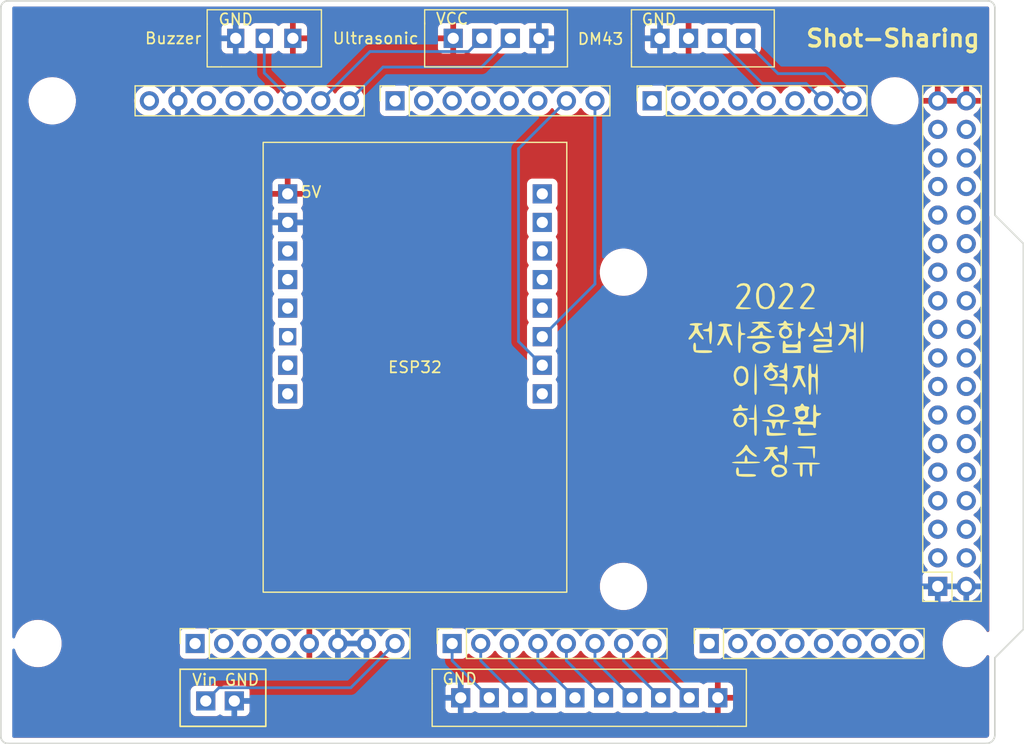
<source format=kicad_pcb>
(kicad_pcb (version 20211014) (generator pcbnew)
  (title_block (date "mar. 31 mars 2015"))
  (layers (0 "F.Cu" signal) (31 "B.Cu" signal) (34 "B.Paste" user) (35 "F.Paste" user) (36 "B.SilkS" user "B.Silkscreen") (37 "F.SilkS" user "F.Silkscreen") (38 "B.Mask" user) (39 "F.Mask" user) (44 "Edge.Cuts" user))
  (net 0 "")
  (net 1 "GND")
  (net 2 "/*52")
  (net 3 "/53")
  (net 4 "/50")
  (net 5 "/51")
  (net 6 "/48")
  (net 7 "/49")
  (net 8 "/*46")
  (net 9 "/47")
  (net 10 "/*44")
  (net 11 "/*45")
  (net 12 "/42")
  (net 13 "/43")
  (net 14 "/40")
  (net 15 "/41")
  (net 16 "/38")
  (net 17 "/39")
  (net 18 "/36")
  (net 19 "/37")
  (net 20 "/34")
  (net 21 "/35")
  (net 22 "/32")
  (net 23 "/33")
  (net 24 "/30")
  (net 25 "/31")
  (net 26 "/28")
  (net 27 "/29")
  (net 28 "/26")
  (net 29 "/27")
  (net 30 "/24")
  (net 31 "/25")
  (net 32 "/22")
  (net 33 "/23")
  (net 34 "+5V")
  (net 35 "/IOREF")
  (net 36 "Buzzer")
  (net 37 "SDA")
  (net 38 "SCL")
  (net 44 "/A8")
  (net 45 "/A9")
  (net 46 "/A10")
  (net 47 "/A11")
  (net 48 "/A12")
  (net 49 "/A13")
  (net 50 "/A14")
  (net 51 "/A15")
  (net 52 "/AREF")
  (net 53 "/*13")
  (net 54 "/*12")
  (net 55 "/*11")
  (net 58 "TX")
  (net 59 "/*7")
  (net 60 "/*6")
  (net 61 "/*5")
  (net 62 "/*4")
  (net 63 "/*3")
  (net 64 "/*2")
  (net 65 "RX")
  (net 67 "+3V3")
  (net 68 "/TX3{slash}14")
  (net 69 "/RX3{slash}15")
  (net 70 "/TX2{slash}16")
  (net 71 "/RX2{slash}17")
  (net 72 "/TX1{slash}18")
  (net 73 "/RX1{slash}19")
  (net 76 "VCC")
  (net 77 "/~{RESET}")
  (net 81 "Relay_1")
  (net 82 "Relay_2")
  (net 83 "Relay_3")
  (net 84 "Relay_4")
  (net 85 "Relay_5")
  (net 86 "Relay_6")
  (net 87 "Relay_7")
  (net 88 "Relay_8")
  (net 89 "Trig")
  (net 90 "Echo")
  (footprint "Connector_PinSocket_2.54mm:PinSocket_2x18_P2.54mm_Vertical" (layer "F.Cu") (at 193.98 92.38 180)
    (fp_text reference "J4" hide)
    (fp_text value "Digital")
    (pad "1" thru_hole rect locked (at 0 0 180) (size 1.7 1.7) (drill 1) (layers *.Cu *.Mask) (net 1 "GND"))
    (pad "2" thru_hole oval locked (at -2.54 0 180) (size 1.7 1.7) (drill 1) (layers *.Cu *.Mask) (net 1 "GND"))
    (pad "3" thru_hole oval locked (at 0 2.54 180) (size 1.7 1.7) (drill 1) (layers *.Cu *.Mask) (net 2 "/*52"))
    (pad "4" thru_hole oval locked (at -2.54 2.54 180) (size 1.7 1.7) (drill 1) (layers *.Cu *.Mask) (net 3 "/53"))
    (pad "5" thru_hole oval locked (at 0 5.08 180) (size 1.7 1.7) (drill 1) (layers *.Cu *.Mask) (net 4 "/50"))
    (pad "6" thru_hole oval locked (at -2.54 5.08 180) (size 1.7 1.7) (drill 1) (layers *.Cu *.Mask) (net 5 "/51"))
    (pad "7" thru_hole oval locked (at 0 7.62 180) (size 1.7 1.7) (drill 1) (layers *.Cu *.Mask) (net 6 "/48"))
    (pad "8" thru_hole oval locked (at -2.54 7.62 180) (size 1.7 1.7) (drill 1) (layers *.Cu *.Mask) (net 7 "/49"))
    (pad "9" thru_hole oval locked (at 0 10.16 180) (size 1.7 1.7) (drill 1) (layers *.Cu *.Mask) (net 8 "/*46"))
    (pad "10" thru_hole oval locked (at -2.54 10.16 180) (size 1.7 1.7) (drill 1) (layers *.Cu *.Mask) (net 9 "/47"))
    (pad "11" thru_hole oval locked (at 0 12.7 180) (size 1.7 1.7) (drill 1) (layers *.Cu *.Mask) (net 10 "/*44"))
    (pad "12" thru_hole oval locked (at -2.54 12.7 180) (size 1.7 1.7) (drill 1) (layers *.Cu *.Mask) (net 11 "/*45"))
    (pad "13" thru_hole oval locked (at 0 15.24 180) (size 1.7 1.7) (drill 1) (layers *.Cu *.Mask) (net 12 "/42"))
    (pad "14" thru_hole oval locked (at -2.54 15.24 180) (size 1.7 1.7) (drill 1) (layers *.Cu *.Mask) (net 13 "/43"))
    (pad "15" thru_hole oval locked (at 0 17.78 180) (size 1.7 1.7) (drill 1) (layers *.Cu *.Mask) (net 14 "/40"))
    (pad "16" thru_hole oval locked (at -2.54 17.78 180) (size 1.7 1.7) (drill 1) (layers *.Cu *.Mask) (net 15 "/41"))
    (pad "17" thru_hole oval locked (at 0 20.32 180) (size 1.7 1.7) (drill 1) (layers *.Cu *.Mask) (net 16 "/38"))
    (pad "18" thru_hole oval locked (at -2.54 20.32 180) (size 1.7 1.7) (drill 1) (layers *.Cu *.Mask) (net 17 "/39"))
    (pad "19" thru_hole oval locked (at 0 22.86 180) (size 1.7 1.7) (drill 1) (layers *.Cu *.Mask) (net 18 "/36"))
    (pad "20" thru_hole oval locked (at -2.54 22.86 180) (size 1.7 1.7) (drill 1) (layers *.Cu *.Mask) (net 19 "/37"))
    (pad "21" thru_hole oval locked (at 0 25.4 180) (size 1.7 1.7) (drill 1) (layers *.Cu *.Mask) (net 20 "/34"))
    (pad "22" thru_hole oval locked (at -2.54 25.4 180) (size 1.7 1.7) (drill 1) (layers *.Cu *.Mask) (net 21 "/35"))
    (pad "23" thru_hole oval locked (at 0 27.94 180) (size 1.7 1.7) (drill 1) (layers *.Cu *.Mask) (net 22 "/32"))
    (pad "24" thru_hole oval locked (at -2.54 27.94 180) (size 1.7 1.7) (drill 1) (layers *.Cu *.Mask) (net 23 "/33"))
    (pad "25" thru_hole oval locked (at 0 30.48 180) (size 1.7 1.7) (drill 1) (layers *.Cu *.Mask) (net 24 "/30"))
    (pad "26" thru_hole oval locked (at -2.54 30.48 180) (size 1.7 1.7) (drill 1) (layers *.Cu *.Mask) (net 25 "/31"))
    (pad "27" thru_hole oval locked (at 0 33.02 180) (size 1.7 1.7) (drill 1) (layers *.Cu *.Mask) (net 26 "/28"))
    (pad "28" thru_hole oval locked (at -2.54 33.02 180) (size 1.7 1.7) (drill 1) (layers *.Cu *.Mask) (net 27 "/29"))
    (pad "29" thru_hole oval locked (at 0 35.56 180) (size 1.7 1.7) (drill 1) (layers *.Cu *.Mask) (net 28 "/26"))
    (pad "30" thru_hole oval locked (at -2.54 35.56 180) (size 1.7 1.7) (drill 1) (layers *.Cu *.Mask) (net 29 "/27"))
    (pad "31" thru_hole oval locked (at 0 38.1 180) (size 1.7 1.7) (drill 1) (layers *.Cu *.Mask) (net 30 "/24"))
    (pad "32" thru_hole oval locked (at -2.54 38.1 180) (size 1.7 1.7) (drill 1) (layers *.Cu *.Mask) (net 31 "/25"))
    (pad "33" thru_hole oval locked (at 0 40.64 180) (size 1.7 1.7) (drill 1) (layers *.Cu *.Mask) (net 32 "/22"))
    (pad "34" thru_hole oval locked (at -2.54 40.64 180) (size 1.7 1.7) (drill 1) (layers *.Cu *.Mask) (net 33 "/23"))
    (pad "35" thru_hole oval locked (at 0 43.18 180) (size 1.7 1.7) (drill 1) (layers *.Cu *.Mask) (net 34 "+5V"))
    (pad "36" thru_hole oval locked (at -2.54 43.18 180) (size 1.7 1.7) (drill 1) (layers *.Cu *.Mask) (net 34 "+5V"))
  )
  (footprint "Connector_PinSocket_2.54mm:PinSocket_1x08_P2.54mm_Vertical" (layer "F.Cu") (at 127.94 97.46 90)
    (fp_text reference "J1" hide)
    (fp_text value "Power")
    (pad "1" thru_hole rect locked (at 0 0 90) (size 1.7 1.7) (drill 1) (layers *.Cu *.Mask))
    (pad "2" thru_hole oval locked (at 0 2.54 90) (size 1.7 1.7) (drill 1) (layers *.Cu *.Mask) (net 35 "/IOREF"))
    (pad "3" thru_hole oval locked (at 0 5.08 90) (size 1.7 1.7) (drill 1) (layers *.Cu *.Mask) (net 77 "/~{RESET}"))
    (pad "4" thru_hole oval locked (at 0 7.62 90) (size 1.7 1.7) (drill 1) (layers *.Cu *.Mask) (net 67 "+3V3"))
    (pad "5" thru_hole oval locked (at 0 10.16 90) (size 1.7 1.7) (drill 1) (layers *.Cu *.Mask) (net 34 "+5V"))
    (pad "6" thru_hole oval locked (at 0 12.7 90) (size 1.7 1.7) (drill 1) (layers *.Cu *.Mask) (net 1 "GND"))
    (pad "7" thru_hole oval locked (at 0 15.24 90) (size 1.7 1.7) (drill 1) (layers *.Cu *.Mask) (net 1 "GND"))
    (pad "8" thru_hole oval locked (at 0 17.78 90) (size 1.7 1.7) (drill 1) (layers *.Cu *.Mask) (net 76 "VCC"))
  )
  (footprint "Connector_PinSocket_2.54mm:PinSocket_1x08_P2.54mm_Vertical" (layer "F.Cu") (at 150.8 97.46 90)
    (fp_text reference "J2" hide)
    (fp_text value "Analog")
    (pad "1" thru_hole rect locked (at 0 0 90) (size 1.7 1.7) (drill 1) (layers *.Cu *.Mask) (net 81 "Relay_1"))
    (pad "2" thru_hole oval locked (at 0 2.54 90) (size 1.7 1.7) (drill 1) (layers *.Cu *.Mask) (net 82 "Relay_2"))
    (pad "3" thru_hole oval locked (at 0 5.08 90) (size 1.7 1.7) (drill 1) (layers *.Cu *.Mask) (net 83 "Relay_3"))
    (pad "4" thru_hole oval locked (at 0 7.62 90) (size 1.7 1.7) (drill 1) (layers *.Cu *.Mask) (net 84 "Relay_4"))
    (pad "5" thru_hole oval locked (at 0 10.16 90) (size 1.7 1.7) (drill 1) (layers *.Cu *.Mask) (net 85 "Relay_5"))
    (pad "6" thru_hole oval locked (at 0 12.7 90) (size 1.7 1.7) (drill 1) (layers *.Cu *.Mask) (net 86 "Relay_6"))
    (pad "7" thru_hole oval locked (at 0 15.24 90) (size 1.7 1.7) (drill 1) (layers *.Cu *.Mask) (net 87 "Relay_7"))
    (pad "8" thru_hole oval locked (at 0 17.78 90) (size 1.7 1.7) (drill 1) (layers *.Cu *.Mask) (net 88 "Relay_8"))
  )
  (footprint "Connector_PinSocket_2.54mm:PinSocket_1x08_P2.54mm_Vertical" (layer "F.Cu") (at 173.66 97.46 90)
    (fp_text reference "J3" hide)
    (fp_text value "Analog")
    (pad "1" thru_hole rect locked (at 0 0 90) (size 1.7 1.7) (drill 1) (layers *.Cu *.Mask) (net 44 "/A8"))
    (pad "2" thru_hole oval locked (at 0 2.54 90) (size 1.7 1.7) (drill 1) (layers *.Cu *.Mask) (net 45 "/A9"))
    (pad "3" thru_hole oval locked (at 0 5.08 90) (size 1.7 1.7) (drill 1) (layers *.Cu *.Mask) (net 46 "/A10"))
    (pad "4" thru_hole oval locked (at 0 7.62 90) (size 1.7 1.7) (drill 1) (layers *.Cu *.Mask) (net 47 "/A11"))
    (pad "5" thru_hole oval locked (at 0 10.16 90) (size 1.7 1.7) (drill 1) (layers *.Cu *.Mask) (net 48 "/A12"))
    (pad "6" thru_hole oval locked (at 0 12.7 90) (size 1.7 1.7) (drill 1) (layers *.Cu *.Mask) (net 49 "/A13"))
    (pad "7" thru_hole oval locked (at 0 15.24 90) (size 1.7 1.7) (drill 1) (layers *.Cu *.Mask) (net 50 "/A14"))
    (pad "8" thru_hole oval locked (at 0 17.78 90) (size 1.7 1.7) (drill 1) (layers *.Cu *.Mask) (net 51 "/A15"))
  )
  (footprint "Connector_PinSocket_2.54mm:PinSocket_1x10_P2.54mm_Vertical" (layer "F.Cu") (at 118.796 49.2 90)
    (fp_text reference "J5" hide)
    (fp_text value "PWM")
    (pad "3" thru_hole oval locked (at 0 5.08 90) (size 1.7 1.7) (drill 1) (layers *.Cu *.Mask) (net 52 "/AREF"))
    (pad "4" thru_hole oval locked (at 0 7.62 90) (size 1.7 1.7) (drill 1) (layers *.Cu *.Mask) (net 1 "GND"))
    (pad "5" thru_hole oval locked (at 0 10.16 90) (size 1.7 1.7) (drill 1) (layers *.Cu *.Mask) (net 53 "/*13"))
    (pad "6" thru_hole oval locked (at 0 12.7 90) (size 1.7 1.7) (drill 1) (layers *.Cu *.Mask) (net 54 "/*12"))
    (pad "7" thru_hole oval locked (at 0 15.24 90) (size 1.7 1.7) (drill 1) (layers *.Cu *.Mask) (net 55 "/*11"))
    (pad "8" thru_hole oval locked (at 0 17.78 90) (size 1.7 1.7) (drill 1) (layers *.Cu *.Mask) (net 36 "Buzzer"))
    (pad "9" thru_hole oval locked (at 0 20.32 90) (size 1.7 1.7) (drill 1) (layers *.Cu *.Mask) (net 89 "Trig"))
    (pad "10" thru_hole oval locked (at 0 22.86 90) (size 1.7 1.7) (drill 1) (layers *.Cu *.Mask) (net 90 "Echo"))
  )
  (footprint "Connector_PinSocket_2.54mm:PinSocket_1x08_P2.54mm_Vertical" (layer "F.Cu") (at 145.72 49.2 90)
    (fp_text reference "J6" hide)
    (fp_text value "PWM")
    (pad "1" thru_hole rect locked (at 0 0 90) (size 1.7 1.7) (drill 1) (layers *.Cu *.Mask) (net 59 "/*7"))
    (pad "2" thru_hole oval locked (at 0 2.54 90) (size 1.7 1.7) (drill 1) (layers *.Cu *.Mask) (net 60 "/*6"))
    (pad "3" thru_hole oval locked (at 0 5.08 90) (size 1.7 1.7) (drill 1) (layers *.Cu *.Mask) (net 61 "/*5"))
    (pad "4" thru_hole oval locked (at 0 7.62 90) (size 1.7 1.7) (drill 1) (layers *.Cu *.Mask) (net 62 "/*4"))
    (pad "5" thru_hole oval locked (at 0 10.16 90) (size 1.7 1.7) (drill 1) (layers *.Cu *.Mask) (net 63 "/*3"))
    (pad "6" thru_hole oval locked (at 0 12.7 90) (size 1.7 1.7) (drill 1) (layers *.Cu *.Mask) (net 64 "/*2"))
    (pad "7" thru_hole oval locked (at 0 15.24 90) (size 1.7 1.7) (drill 1) (layers *.Cu *.Mask) (net 58 "TX"))
    (pad "8" thru_hole oval locked (at 0 17.78 90) (size 1.7 1.7) (drill 1) (layers *.Cu *.Mask) (net 65 "RX"))
  )
  (footprint "Connector_PinSocket_2.54mm:PinSocket_1x08_P2.54mm_Vertical" (layer "F.Cu") (at 168.58 49.2 90)
    (fp_text reference "J7" hide)
    (fp_text value "Communication")
    (pad "1" thru_hole rect locked (at 0 0 90) (size 1.7 1.7) (drill 1) (layers *.Cu *.Mask) (net 68 "/TX3{slash}14"))
    (pad "2" thru_hole oval locked (at 0 2.54 90) (size 1.7 1.7) (drill 1) (layers *.Cu *.Mask) (net 69 "/RX3{slash}15"))
    (pad "3" thru_hole oval locked (at 0 5.08 90) (size 1.7 1.7) (drill 1) (layers *.Cu *.Mask) (net 70 "/TX2{slash}16"))
    (pad "4" thru_hole oval locked (at 0 7.62 90) (size 1.7 1.7) (drill 1) (layers *.Cu *.Mask) (net 71 "/RX2{slash}17"))
    (pad "5" thru_hole oval locked (at 0 10.16 90) (size 1.7 1.7) (drill 1) (layers *.Cu *.Mask) (net 72 "/TX1{slash}18"))
    (pad "6" thru_hole oval locked (at 0 12.7 90) (size 1.7 1.7) (drill 1) (layers *.Cu *.Mask) (net 73 "/RX1{slash}19"))
    (pad "7" thru_hole oval locked (at 0 15.24 90) (size 1.7 1.7) (drill 1) (layers *.Cu *.Mask) (net 37 "SDA"))
    (pad "8" thru_hole oval locked (at 0 17.78 90) (size 1.7 1.7) (drill 1) (layers *.Cu *.Mask) (net 38 "SCL"))
  )
  (footprint "Arduino_MountingHole:MountingHole_3.2mm" (layer "F.Cu") (at 196.52 97.46)
    (fp_text reference "MH6" hide)
    (fp_text value "MountingHole_3.2mm" hide)
    (pad "" np_thru_hole circle locked (at 0 0) (size 3.2 3.2) (drill 3.2) (layers *.Cu *.Mask))
  )
  (footprint "Arduino_MountingHole:MountingHole_3.2mm" (layer "F.Cu") (at 115.24 49.2)
    (fp_text reference "MH1" hide)
    (fp_text value "MountingHole_3.2mm" hide)
    (pad "" np_thru_hole circle locked (at 0 0) (size 3.2 3.2) (drill 3.2) (layers *.Cu *.Mask))
  )
  (footprint "My_Lib:MH_FMD_Buzzer" (layer "F.Cu") (at 129.015 46.184 90)
    (fp_text reference "B1" hide)
    (fp_text value "Buzzer" (at 2.54 -3.015 unlocked) (layer "F.SilkS"))
    (fp_text user "GND" (at 4.223 2.54 unlocked) (layer "F.SilkS"))
    (pad "1" thru_hole rect (at 2.54 2.54 90) (size 1.7 1.524) (drill 1) (layers *.Cu *.Mask) (net 1 "GND"))
    (pad "2" thru_hole rect (at 2.54 5.08 90) (size 1.7 1.524) (drill 1) (layers *.Cu *.Mask) (net 36 "Buzzer"))
    (pad "3" thru_hole rect (at 2.54 7.62 90) (size 1.7 1.524) (drill 1) (layers *.Cu *.Mask) (net 34 "+5V"))
  )
  (footprint "" (layer "F.Cu") (at 128.89 102.566)
    (fp_text reference "" (at 0 0) (layer "F.SilkS") (effects (font (size 1.27 1.27))))
    (fp_text value "" (at 0 0) (layer "F.SilkS") (effects (font (size 1.27 1.27))))
    (pad "8" thru_hole rect locked (at 0 0 90) (size 1.7 1.7) (drill 1) (layers *.Cu *.Mask) (net 76 "VCC"))
  )
  (footprint "My_Lib:DM43_LCD_Module" (layer "F.Cu") (at 166.745 46.184 90)
    (fp_text reference "Display1" hide)
    (fp_text value "DM43" (at 2.484 -2.745 unlocked) (layer "F.SilkS"))
    (fp_text user "GND" (at 4.223 2.445 unlocked) (layer "F.SilkS"))
    (pad "1" thru_hole rect (at 2.54 2.54 90) (size 1.7 1.7) (drill 1) (layers *.Cu *.Mask) (net 1 "GND"))
    (pad "2" thru_hole rect (at 2.54 5.08 90) (size 1.7 1.7) (drill 1) (layers *.Cu *.Mask) (net 34 "+5V"))
    (pad "3" thru_hole rect (at 2.54 7.62 90) (size 1.7 1.7) (drill 1) (layers *.Cu *.Mask) (net 37 "SDA"))
    (pad "4" thru_hole rect (at 2.54 10.16 90) (size 1.7 1.7) (drill 1) (layers *.Cu *.Mask) (net 38 "SCL"))
  )
  (footprint "My_Lib:ultrasonic_sensor" (layer "F.Cu") (at 148.355 46.184 90)
    (fp_text reference "U1" hide)
    (fp_text value "Ultrasonic" (at 2.54 -4.355 unlocked) (layer "F.SilkS"))
    (fp_text user "VCC" (at 4.284 2.445 unlocked) (layer "F.SilkS"))
    (pad "1" thru_hole rect (at 2.54 2.54 90) (size 1.7 1.7) (drill 1) (layers *.Cu *.Mask) (net 34 "+5V"))
    (pad "2" thru_hole rect (at 2.54 5.08 90) (size 1.7 1.7) (drill 1) (layers *.Cu *.Mask) (net 89 "Trig"))
    (pad "3" thru_hole rect (at 2.54 7.62 90) (size 1.7 1.7) (drill 1) (layers *.Cu *.Mask) (net 90 "Echo"))
    (pad "4" thru_hole rect (at 2.54 10.16 90) (size 1.7 1.7) (drill 1) (layers *.Cu *.Mask) (net 1 "GND"))
  )
  (footprint "My_Lib:ESP32" (layer "F.Cu") (at 133.995 52.895)
    (fp_text reference "E1" hide)
    (fp_text value "ESP32" (at 13.5 20 unlocked) (layer "F.SilkS"))
    (fp_text user "5V" (at 4.261 4.418 unlocked) (layer "F.SilkS"))
    (pad "1" thru_hole rect (at 2.18 4.58 180) (size 1.7 1.7) (drill 1) (layers *.Cu *.Mask) (net 34 "+5V"))
    (pad "2" thru_hole rect (at 2.18 7.12 180) (size 1.7 1.7) (drill 1) (layers *.Cu *.Mask) (net 1 "GND"))
    (pad "3" thru_hole rect (at 2.18 9.66 180) (size 1.7 1.7) (drill 1) (layers *.Cu *.Mask))
    (pad "4" thru_hole rect (at 2.18 12.2 180) (size 1.7 1.7) (drill 1) (layers *.Cu *.Mask))
    (pad "5" thru_hole rect (at 2.18 14.74 180) (size 1.7 1.7) (drill 1) (layers *.Cu *.Mask))
    (pad "6" thru_hole rect (at 2.18 17.28 180) (size 1.524 1.524) (drill 1.02) (layers *.Cu *.Mask))
    (pad "7" thru_hole rect (at 2.18 19.82 180) (size 1.7 1.7) (drill 1) (layers *.Cu *.Mask))
    (pad "8" thru_hole rect (at 2.18 22.36 180) (size 1.7 1.7) (drill 1) (layers *.Cu *.Mask))
    (pad "9" thru_hole rect (at 24.82 22.36 180) (size 1.7 1.7) (drill 1) (layers *.Cu *.Mask))
    (pad "10" thru_hole rect (at 24.82 19.82 180) (size 1.7 1.7) (drill 1) (layers *.Cu *.Mask) (net 58 "TX"))
    (pad "11" thru_hole rect (at 24.82 17.28 180) (size 1.7 1.7) (drill 1) (layers *.Cu *.Mask) (net 65 "RX"))
    (pad "12" thru_hole rect (at 24.82 14.74 180) (size 1.7 1.7) (drill 1) (layers *.Cu *.Mask))
    (pad "13" thru_hole rect (at 24.82 12.2 180) (size 1.7 1.7) (drill 1) (layers *.Cu *.Mask))
    (pad "14" thru_hole rect (at 24.82 9.66 180) (size 1.7 1.7) (drill 1) (layers *.Cu *.Mask))
    (pad "15" thru_hole rect (at 24.82 7.12 180) (size 1.7 1.7) (drill 1) (layers *.Cu *.Mask))
    (pad "16" thru_hole rect (at 24.82 4.58 180) (size 1.7 1.7) (drill 1) (layers *.Cu *.Mask))
  )
  (footprint "My_Lib:8_channel_relay" (layer "F.Cu") (at 149.022 104.826 90)
    (fp_text reference "R1" hide)
    (fp_text value "Relay")
    (fp_text user "GND" (at 4.223 2.445 unlocked) (layer "F.SilkS"))
    (pad "1" thru_hole rect (at 2.54 2.54 90) (size 1.7 1.7) (drill 1) (layers *.Cu *.Mask) (net 1 "GND"))
    (pad "2" thru_hole rect (at 2.54 5.08 90) (size 1.7 1.7) (drill 1) (layers *.Cu *.Mask) (net 81 "Relay_1"))
    (pad "3" thru_hole rect (at 2.54 7.62 90) (size 1.7 1.7) (drill 1) (layers *.Cu *.Mask) (net 82 "Relay_2"))
    (pad "4" thru_hole rect (at 2.54 10.16 90) (size 1.7 1.7) (drill 1) (layers *.Cu *.Mask) (net 83 "Relay_3"))
    (pad "5" thru_hole rect (at 2.54 12.7 90) (size 1.7 1.7) (drill 1) (layers *.Cu *.Mask) (net 84 "Relay_4"))
    (pad "6" thru_hole rect (at 2.54 15.24 90) (size 1.7 1.7) (drill 1) (layers *.Cu *.Mask) (net 85 "Relay_5"))
    (pad "7" thru_hole rect (at 2.54 17.78 90) (size 1.7 1.7) (drill 1) (layers *.Cu *.Mask) (net 86 "Relay_6"))
    (pad "8" thru_hole rect (at 2.54 20.32 90) (size 1.7 1.7) (drill 1) (layers *.Cu *.Mask) (net 87 "Relay_7"))
    (pad "9" thru_hole rect (at 2.54 22.86 90) (size 1.7 1.7) (drill 1) (layers *.Cu *.Mask) (net 88 "Relay_8"))
    (pad "10" thru_hole rect (at 2.54 25.4 90) (size 1.7 1.7) (drill 1) (layers *.Cu *.Mask) (net 34 "+5V"))
  )
  (footprint "Arduino_MountingHole:MountingHole_3.2mm" (layer "F.Cu") (at 113.97 97.46)
    (fp_text reference "MH2" hide)
    (fp_text value "MountingHole_3.2mm" hide)
    (pad "" np_thru_hole circle locked (at 0 0) (size 3.2 3.2) (drill 3.2) (layers *.Cu *.Mask))
  )
  (footprint "Arduino_MountingHole:MountingHole_3.2mm" (layer "F.Cu") (at 166.04 64.44)
    (fp_text reference "MH3" hide)
    (fp_text value "MountingHole_3.2mm" hide)
    (pad "" np_thru_hole circle locked (at 0 0) (size 3.2 3.2) (drill 3.2) (layers *.Cu *.Mask))
  )
  (footprint "" (layer "F.Cu") (at 131.43 102.566)
    (fp_text reference "" (at 0 0) (layer "F.SilkS") (effects (font (size 1.27 1.27))))
    (fp_text value "" (at 0 0) (layer "F.SilkS") (effects (font (size 1.27 1.27))))
    (pad "7" thru_hole rect locked (at 0 0 90) (size 1.7 1.7) (drill 1) (layers *.Cu *.Mask) (net 1 "GND"))
  )
  (footprint "My_Lib:Logo" (layer "F.Cu") (at 179.6 74)
    (fp_text reference "G***" hide)
    (fp_text value "LOGO" hide)
  )
  (footprint "Arduino_MountingHole:MountingHole_3.2mm" (layer "F.Cu") (at 166.04 92.38)
    (fp_text reference "MH4" hide)
    (fp_text value "MountingHole_3.2mm" hide)
    (pad "" np_thru_hole circle locked (at 0 0) (size 3.2 3.2) (drill 3.2) (layers *.Cu *.Mask))
  )
  (footprint "Arduino_MountingHole:MountingHole_3.2mm" (layer "F.Cu") (at 190.17 49.2)
    (fp_text reference "MH5" hide)
    (fp_text value "MountingHole_3.2mm" hide)
    (pad "" np_thru_hole circle locked (at 0 0) (size 3.2 3.2) (drill 3.2) (layers *.Cu *.Mask))
  )
  (gr_rect (start 126.61 99.746) (end 134.23 104.826) (layer "F.SilkS") (width 0.15) (fill none))
  (gr_line (start 199.06 59.36) (end 201.6 61.9) (layer "Edge.Cuts") (width 0.15))
  (gr_line (start 110.668 105.715) (end 110.668 40.945) (layer "Edge.Cuts") (width 0.15))
  (gr_line (start 201.6 61.9) (end 201.6 96.19) (layer "Edge.Cuts") (width 0.15))
  (gr_line (start 198.298 106.35) (end 111.303 106.35) (layer "Edge.Cuts") (width 0.15))
  (gr_line (start 111.303 40.31) (end 198.425 40.31) (layer "Edge.Cuts") (width 0.15))
  (gr_line (start 201.6 96.19) (end 199.06 98.73) (layer "Edge.Cuts") (width 0.15))
  (gr_arc (start 111.303 106.35) (mid 110.853987 106.164013) (end 110.668 105.715) (layer "Edge.Cuts") (width 0.15))
  (gr_arc (start 199.06 105.588) (mid 198.836815 106.126815) (end 198.298 106.35) (layer "Edge.Cuts") (width 0.15))
  (gr_arc (start 198.425 40.31) (mid 198.874013 40.495987) (end 199.06 40.945) (layer "Edge.Cuts") (width 0.15))
  (gr_line (start 199.06 40.945) (end 199.06 59.36) (layer "Edge.Cuts") (width 0.15))
  (gr_arc (start 110.668 40.945) (mid 110.853987 40.495987) (end 111.303 40.31) (layer "Edge.Cuts") (width 0.15))
  (gr_line (start 199.06 98.73) (end 199.06 105.588) (layer "Edge.Cuts") (width 0.15))
  (gr_text "Vin" (at 128.81 100.686) (layer "F.SilkS") (effects (font (size 1 1))))
  (gr_text "Shot-Sharing" (at 190 43.644) (layer "F.SilkS") (effects (font (size 1.5 1.5) (thickness 0.3))))
  (gr_text "GND" (at 132.11 100.686) (layer "F.SilkS") (effects (font (size 1 1))))
  (segment (start 134.095 43.644) (end 134.095 46.719) (width 0.25) (layer "B.Cu") (net 36))
  (segment (start 134.095 46.719) (end 136.576 49.2) (width 0.25) (layer "B.Cu") (net 36))
  (segment (start 174.365 43.644) (end 178.377989 47.656989) (width 0.25) (layer "B.Cu") (net 37))
  (segment (start 178.377989 47.656989) (end 182.276989 47.656989) (width 0.25) (layer "B.Cu") (net 37))
  (segment (start 182.276989 47.656989) (end 183.82 49.2) (width 0.25) (layer "B.Cu") (net 37))
  (segment (start 179.784 46.784) (end 183.944 46.784) (width 0.25) (layer "B.Cu") (net 38))
  (segment (start 176.905 43.644) (end 176.905 43.905) (width 0.25) (layer "B.Cu") (net 38))
  (segment (start 176.905 43.905) (end 179.784 46.784) (width 0.25) (layer "B.Cu") (net 38))
  (segment (start 183.944 46.784) (end 186.36 49.2) (width 0.25) (layer "B.Cu") (net 38))
  (segment (start 160.96 49.2) (end 156.7 53.46) (width 0.25) (layer "B.Cu") (net 58))
  (segment (start 156.7 70.6) (end 158.815 72.715) (width 0.25) (layer "B.Cu") (net 58))
  (segment (start 156.7 53.46) (end 156.7 70.6) (width 0.25) (layer "B.Cu") (net 58))
  (segment (start 163.5 49.2) (end 163.5 65.49) (width 0.25) (layer "B.Cu") (net 65))
  (segment (start 163.5 65.49) (end 158.815 70.175) (width 0.25) (layer "B.Cu") (net 65))
  (segment (start 145.72 97.46) (end 141.789 101.391) (width 0.25) (layer "B.Cu") (net 76))
  (segment (start 130.065 101.391) (end 128.89 102.566) (width 0.25) (layer "B.Cu") (net 76))
  (segment (start 141.789 101.391) (end 130.065 101.391) (width 0.25) (layer "B.Cu") (net 76))
  (segment (start 150.8 98.984) (end 154.102 102.286) (width 0.25) (layer "B.Cu") (net 81))
  (segment (start 150.8 97.46) (end 150.8 98.984) (width 0.25) (layer "B.Cu") (net 81))
  (segment (start 153.34 97.46) (end 153.34 98.984) (width 0.25) (layer "B.Cu") (net 82))
  (segment (start 153.34 98.984) (end 156.642 102.286) (width 0.25) (layer "B.Cu") (net 82))
  (segment (start 155.88 98.984) (end 159.182 102.286) (width 0.25) (layer "B.Cu") (net 83))
  (segment (start 155.88 97.46) (end 155.88 98.984) (width 0.25) (layer "B.Cu") (net 83))
  (segment (start 158.42 97.46) (end 158.42 98.984) (width 0.25) (layer "B.Cu") (net 84))
  (segment (start 158.42 98.984) (end 161.722 102.286) (width 0.25) (layer "B.Cu") (net 84))
  (segment (start 160.96 97.46) (end 160.96 98.984) (width 0.25) (layer "B.Cu") (net 85))
  (segment (start 160.96 98.984) (end 164.262 102.286) (width 0.25) (layer "B.Cu") (net 85))
  (segment (start 163.5 97.46) (end 163.5 98.984) (width 0.25) (layer "B.Cu") (net 86))
  (segment (start 163.5 98.984) (end 166.802 102.286) (width 0.25) (layer "B.Cu") (net 86))
  (segment (start 166.04 97.46) (end 166.04 98.984) (width 0.25) (layer "B.Cu") (net 87))
  (segment (start 166.04 98.984) (end 169.342 102.286) (width 0.25) (layer "B.Cu") (net 87))
  (segment (start 168.58 97.46) (end 168.58 98.984) (width 0.25) (layer "B.Cu") (net 88))
  (segment (start 168.58 98.984) (end 171.882 102.286) (width 0.25) (layer "B.Cu") (net 88))
  (segment (start 139.116 49.2) (end 143.497 44.819) (width 0.25) (layer "B.Cu") (net 89))
  (segment (start 152.26 44.819) (end 153.435 43.644) (width 0.25) (layer "B.Cu") (net 89))
  (segment (start 143.497 44.819) (end 152.26 44.819) (width 0.25) (layer "B.Cu") (net 89))
  (segment (start 153.419 46.2) (end 155.975 43.644) (width 0.25) (layer "B.Cu") (net 90))
  (segment (start 141.656 49.2) (end 144.656 46.2) (width 0.25) (layer "B.Cu") (net 90))
  (segment (start 144.656 46.2) (end 153.419 46.2) (width 0.25) (layer "B.Cu") (net 90))
  (zone (net 34) (net_name "+5V") (layer "F.Cu") (connect_pads (clearance 0.508)) (min_thickness 0.254) (fill yes (thermal_gap 0.508) (thermal_bridge_width 0.508))
    (polygon (pts (xy 198.568 105.878) (xy 111.7 105.878) (xy 111.7 40.6) (xy 198.568 40.6)))
  )
  (zone (net 1) (net_name "GND") (layer "B.Cu") (connect_pads (clearance 0.508)) (min_thickness 0.254) (fill yes (thermal_gap 0.508) (thermal_bridge_width 0.508))
    (polygon (pts (xy 198.552 105.842) (xy 111.684 105.842) (xy 111.684 40.564) (xy 198.552 40.564)))
  )
)
</source>
